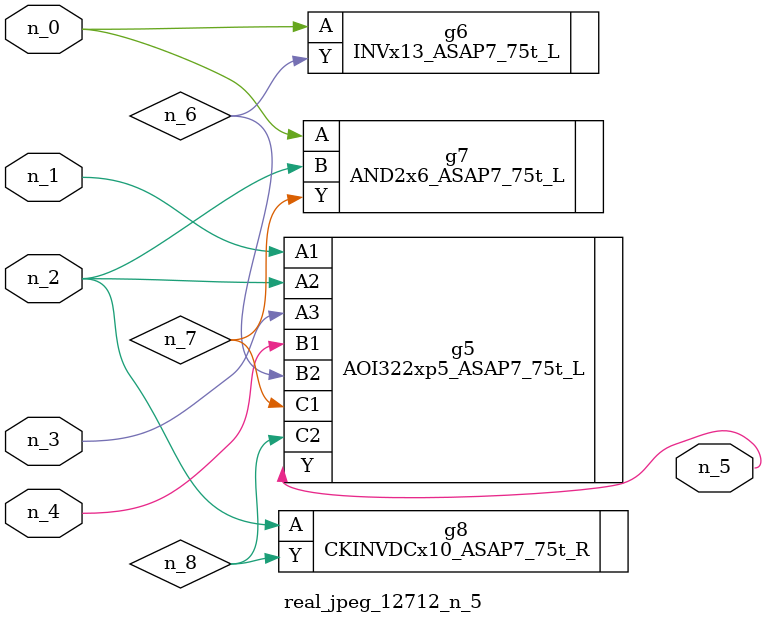
<source format=v>
module real_jpeg_12712_n_5 (n_4, n_0, n_1, n_2, n_3, n_5);

input n_4;
input n_0;
input n_1;
input n_2;
input n_3;

output n_5;

wire n_8;
wire n_6;
wire n_7;

INVx13_ASAP7_75t_L g6 ( 
.A(n_0),
.Y(n_6)
);

AND2x6_ASAP7_75t_L g7 ( 
.A(n_0),
.B(n_2),
.Y(n_7)
);

AOI322xp5_ASAP7_75t_L g5 ( 
.A1(n_1),
.A2(n_2),
.A3(n_3),
.B1(n_4),
.B2(n_6),
.C1(n_7),
.C2(n_8),
.Y(n_5)
);

CKINVDCx10_ASAP7_75t_R g8 ( 
.A(n_2),
.Y(n_8)
);


endmodule
</source>
